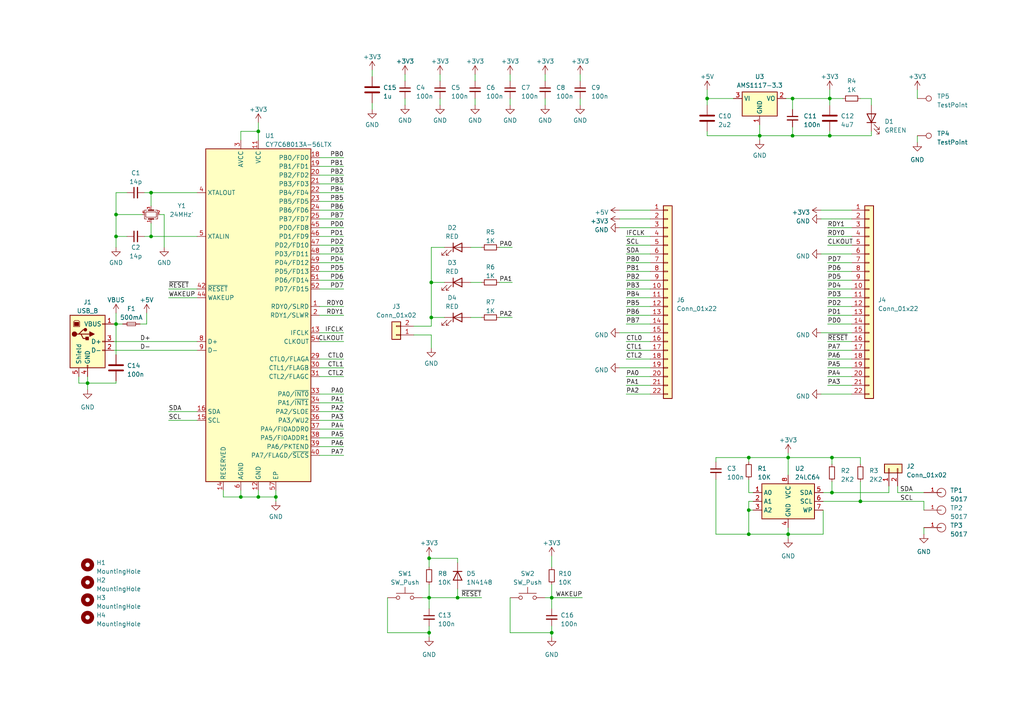
<source format=kicad_sch>
(kicad_sch (version 20230121) (generator eeschema)
  (paper "A4")
  (lib_symbols
    (symbol "Connector:TestPoint" (pin_numbers hide) (pin_names (offset 0.762) hide)
      (property "Reference" "TP" (at 0 6.858 0))
      (property "Value" "TestPoint" (at 0 5.08 0))
      (symbol "TestPoint_1_1"
        (pin passive line (at 0 0 90) (length 2.54) (name "1") (number "1"))
      )
    )
    (symbol "Connector:USB_B" (pin_names (offset 1.016))
      (property "Reference" "J" (at -5.08 11.43 0))
      (property "Value" "USB_B" (at -5.08 8.89 0))
      (symbol "USB_B_1_1"
        (pin power_out line (at 7.62 5.08 180) (length 2.54) (name "VBUS") (number "1"))
        (pin bidirectional line (at 7.62 -2.54 180) (length 2.54) (name "D-") (number "2"))
        (pin bidirectional line (at 7.62 0 180) (length 2.54) (name "D+") (number "3"))
        (pin power_out line (at 0 -10.16 90) (length 2.54) (name "GND") (number "4"))
        (pin passive line (at -2.54 -10.16 90) (length 2.54) (name "Shield") (number "5"))
      )
    )
    (symbol "Connector_Generic:Conn_01x02" (pin_names (offset 1.016) hide)
      (property "Reference" "J" (at 0 2.54 0))
      (property "Value" "Conn_01x02" (at 0 -5.08 0))
      (symbol "Conn_01x02_1_1"
        (pin passive line (at -5.08 0 0) (length 3.81) (name "Pin_1") (number "1"))
        (pin passive line (at -5.08 -2.54 0) (length 3.81) (name "Pin_2") (number "2"))
      )
    )
    (symbol "Connector_Generic:Conn_01x22" (pin_names (offset 1.016) hide)
      (property "Reference" "J" (at 0 27.94 0))
      (property "Value" "Conn_01x22" (at 0 -30.48 0))
      (symbol "Conn_01x22_1_1"
        (pin passive line (at -5.08 25.4 0) (length 3.81) (name "Pin_1") (number "1"))
        (pin passive line (at -5.08 2.54 0) (length 3.81) (name "Pin_10") (number "10"))
        (pin passive line (at -5.08 0 0) (length 3.81) (name "Pin_11") (number "11"))
        (pin passive line (at -5.08 -2.54 0) (length 3.81) (name "Pin_12") (number "12"))
        (pin passive line (at -5.08 -5.08 0) (length 3.81) (name "Pin_13") (number "13"))
        (pin passive line (at -5.08 -7.62 0) (length 3.81) (name "Pin_14") (number "14"))
        (pin passive line (at -5.08 -10.16 0) (length 3.81) (name "Pin_15") (number "15"))
        (pin passive line (at -5.08 -12.7 0) (length 3.81) (name "Pin_16") (number "16"))
        (pin passive line (at -5.08 -15.24 0) (length 3.81) (name "Pin_17") (number "17"))
        (pin passive line (at -5.08 -17.78 0) (length 3.81) (name "Pin_18") (number "18"))
        (pin passive line (at -5.08 -20.32 0) (length 3.81) (name "Pin_19") (number "19"))
        (pin passive line (at -5.08 22.86 0) (length 3.81) (name "Pin_2") (number "2"))
        (pin passive line (at -5.08 -22.86 0) (length 3.81) (name "Pin_20") (number "20"))
        (pin passive line (at -5.08 -25.4 0) (length 3.81) (name "Pin_21") (number "21"))
        (pin passive line (at -5.08 -27.94 0) (length 3.81) (name "Pin_22") (number "22"))
        (pin passive line (at -5.08 20.32 0) (length 3.81) (name "Pin_3") (number "3"))
        (pin passive line (at -5.08 17.78 0) (length 3.81) (name "Pin_4") (number "4"))
        (pin passive line (at -5.08 15.24 0) (length 3.81) (name "Pin_5") (number "5"))
        (pin passive line (at -5.08 12.7 0) (length 3.81) (name "Pin_6") (number "6"))
        (pin passive line (at -5.08 10.16 0) (length 3.81) (name "Pin_7") (number "7"))
        (pin passive line (at -5.08 7.62 0) (length 3.81) (name "Pin_8") (number "8"))
        (pin passive line (at -5.08 5.08 0) (length 3.81) (name "Pin_9") (number "9"))
      )
    )
    (symbol "Device:C" (pin_numbers hide) (pin_names (offset 0.254))
      (property "Reference" "C" (at 0.635 2.54 0))
      (property "Value" "C" (at 0.635 -2.54 0))
      (symbol "C_1_1"
        (pin passive line (at 0 3.81 270) (length 2.794) (name "~") (number "1"))
        (pin passive line (at 0 -3.81 90) (length 2.794) (name "~") (number "2"))
      )
    )
    (symbol "Device:C_Small" (pin_numbers hide) (pin_names (offset 0.254) hide)
      (property "Reference" "C" (at 0.254 1.778 0))
      (property "Value" "C_Small" (at 0.254 -2.032 0))
      (symbol "C_Small_1_1"
        (pin passive line (at 0 2.54 270) (length 2.032) (name "~") (number "1"))
        (pin passive line (at 0 -2.54 90) (length 2.032) (name "~") (number "2"))
      )
    )
    (symbol "Device:Crystal_GND24_Small" (pin_names (offset 1.016) hide)
      (property "Reference" "Y" (at 1.27 4.445 0))
      (property "Value" "Crystal_GND24_Small" (at 1.27 2.54 0))
      (symbol "Crystal_GND24_Small_1_1"
        (pin passive line (at -2.54 0 0) (length 1.27) (name "1") (number "1"))
        (pin passive line (at 0 -2.54 90) (length 0.635) (name "2") (number "2"))
        (pin passive line (at 2.54 0 180) (length 1.27) (name "3") (number "3"))
        (pin passive line (at 0 2.54 270) (length 0.635) (name "4") (number "4"))
      )
    )
    (symbol "Device:Fuse_Small" (pin_numbers hide) (pin_names (offset 0.254) hide)
      (property "Reference" "F" (at 0 -1.524 0))
      (property "Value" "Fuse_Small" (at 0 1.524 0))
      (symbol "Fuse_Small_1_1"
        (pin passive line (at -2.54 0 0) (length 1.27) (name "~") (number "1"))
        (pin passive line (at 2.54 0 180) (length 1.27) (name "~") (number "2"))
      )
    )
    (symbol "Device:LED" (pin_numbers hide) (pin_names (offset 1.016) hide)
      (property "Reference" "D" (at 0 2.54 0))
      (property "Value" "LED" (at 0 -2.54 0))
      (symbol "LED_1_1"
        (pin passive line (at -3.81 0 0) (length 2.54) (name "K") (number "1"))
        (pin passive line (at 3.81 0 180) (length 2.54) (name "A") (number "2"))
      )
    )
    (symbol "Device:R_Small" (pin_numbers hide) (pin_names (offset 0.254) hide)
      (property "Reference" "R" (at 0.762 0.508 0))
      (property "Value" "R_Small" (at 0.762 -1.016 0))
      (symbol "R_Small_1_1"
        (pin passive line (at 0 2.54 270) (length 0.762) (name "~") (number "1"))
        (pin passive line (at 0 -2.54 90) (length 0.762) (name "~") (number "2"))
      )
    )
    (symbol "Diode:1N4148" (pin_numbers hide) (pin_names hide)
      (property "Reference" "D" (at 0 2.54 0))
      (property "Value" "1N4148" (at 0 -2.54 0))
      (symbol "1N4148_1_1"
        (pin passive line (at -3.81 0 0) (length 2.54) (name "K") (number "1"))
        (pin passive line (at 3.81 0 180) (length 2.54) (name "A") (number "2"))
      )
    )
    (symbol "Keystone_5017_testring:5017" (pin_names (offset 1.016))
      (property "Reference" "TP" (at -5.08 2.54 0))
      (property "Value" "5017" (at -5.08 -5.08 0))
      (symbol "5017_0_0"
        (pin passive line (at -5.08 0 0) (length 5.08) (name "~") (number "1"))
      )
    )
    (symbol "MCU_Cypress:CY7C68013A-56LTX"
      (property "Reference" "U" (at -13.97 49.53 0))
      (property "Value" "CY7C68013A-56LTX" (at 11.43 49.53 0))
      (symbol "CY7C68013A-56LTX_1_1"
        (pin input line (at 17.78 2.54 180) (length 2.54) (name "RDY0/SLRD") (number "1"))
        (pin passive line (at -5.08 -50.8 90) (length 2.54) hide (name "AGND") (number "10"))
        (pin power_in line (at 0 50.8 270) (length 2.54) (name "VCC") (number "11"))
        (pin power_in line (at 0 -50.8 90) (length 2.54) (name "GND") (number "12"))
        (pin bidirectional line (at 17.78 -5.08 180) (length 2.54) (name "IFCLK") (number "13"))
        (pin input line (at -10.16 -50.8 90) (length 2.54) (name "RESERVED") (number "14"))
        (pin input line (at -17.78 -30.48 0) (length 2.54) (name "SCL") (number "15"))
        (pin bidirectional line (at -17.78 -27.94 0) (length 2.54) (name "SDA") (number "16"))
        (pin passive line (at 0 50.8 270) (length 2.54) hide (name "VCC") (number "17"))
        (pin bidirectional line (at 17.78 45.72 180) (length 2.54) (name "PB0/FD0") (number "18"))
        (pin bidirectional line (at 17.78 43.18 180) (length 2.54) (name "PB1/FD1") (number "19"))
        (pin input line (at 17.78 0 180) (length 2.54) (name "RDY1/SLWR") (number "2"))
        (pin bidirectional line (at 17.78 40.64 180) (length 2.54) (name "PB2/FD2") (number "20"))
        (pin bidirectional line (at 17.78 38.1 180) (length 2.54) (name "PB3/FD3") (number "21"))
        (pin bidirectional line (at 17.78 35.56 180) (length 2.54) (name "PB4/FD4") (number "22"))
        (pin bidirectional line (at 17.78 33.02 180) (length 2.54) (name "PB5/FD5") (number "23"))
        (pin bidirectional line (at 17.78 30.48 180) (length 2.54) (name "PB6/FD6") (number "24"))
        (pin bidirectional line (at 17.78 27.94 180) (length 2.54) (name "PB7/FD7") (number "25"))
        (pin passive line (at 0 -50.8 90) (length 2.54) hide (name "GND") (number "26"))
        (pin passive line (at 0 50.8 270) (length 2.54) hide (name "VCC") (number "27"))
        (pin passive line (at 0 -50.8 90) (length 2.54) hide (name "GND") (number "28"))
        (pin output line (at 17.78 -12.7 180) (length 2.54) (name "CTL0/FLAGA") (number "29"))
        (pin power_in line (at -5.08 50.8 270) (length 2.54) (name "AVCC") (number "3"))
        (pin output line (at 17.78 -15.24 180) (length 2.54) (name "CTL1/FLAGB") (number "30"))
        (pin output line (at 17.78 -17.78 180) (length 2.54) (name "CTL2/FLAGC") (number "31"))
        (pin passive line (at 0 50.8 270) (length 2.54) hide (name "VCC") (number "32"))
        (pin bidirectional line (at 17.78 -22.86 180) (length 2.54) (name "PA0/~{INT0}") (number "33"))
        (pin bidirectional line (at 17.78 -25.4 180) (length 2.54) (name "PA1/~{INT1}") (number "34"))
        (pin bidirectional line (at 17.78 -27.94 180) (length 2.54) (name "PA2/SLOE") (number "35"))
        (pin bidirectional line (at 17.78 -30.48 180) (length 2.54) (name "PA3/WU2") (number "36"))
        (pin bidirectional line (at 17.78 -33.02 180) (length 2.54) (name "PA4/FIOADDR0") (number "37"))
        (pin bidirectional line (at 17.78 -35.56 180) (length 2.54) (name "PA5/FIOADDR1") (number "38"))
        (pin bidirectional line (at 17.78 -38.1 180) (length 2.54) (name "PA6/PKTEND") (number "39"))
        (pin output line (at -17.78 35.56 0) (length 2.54) (name "XTALOUT") (number "4"))
        (pin bidirectional line (at 17.78 -40.64 180) (length 2.54) (name "PA7/FLAGD/~{SLCS}") (number "40"))
        (pin passive line (at 0 -50.8 90) (length 2.54) hide (name "GND") (number "41"))
        (pin input line (at -17.78 7.62 0) (length 2.54) (name "~{RESET}") (number "42"))
        (pin passive line (at 0 50.8 270) (length 2.54) hide (name "VCC") (number "43"))
        (pin input line (at -17.78 5.08 0) (length 2.54) (name "WAKEUP") (number "44"))
        (pin bidirectional line (at 17.78 25.4 180) (length 2.54) (name "PD0/FD8") (number "45"))
        (pin bidirectional line (at 17.78 22.86 180) (length 2.54) (name "PD1/FD9") (number "46"))
        (pin bidirectional line (at 17.78 20.32 180) (length 2.54) (name "PD2/FD10") (number "47"))
        (pin bidirectional line (at 17.78 17.78 180) (length 2.54) (name "PD3/FD11") (number "48"))
        (pin bidirectional line (at 17.78 15.24 180) (length 2.54) (name "PD4/FD12") (number "49"))
        (pin input line (at -17.78 22.86 0) (length 2.54) (name "XTALIN") (number "5"))
        (pin bidirectional line (at 17.78 12.7 180) (length 2.54) (name "PD5/FD13") (number "50"))
        (pin bidirectional line (at 17.78 10.16 180) (length 2.54) (name "PD6/FD14") (number "51"))
        (pin bidirectional line (at 17.78 7.62 180) (length 2.54) (name "PD7/FD15") (number "52"))
        (pin passive line (at 0 -50.8 90) (length 2.54) hide (name "GND") (number "53"))
        (pin output line (at 17.78 -7.62 180) (length 2.54) (name "CLKOUT") (number "54"))
        (pin passive line (at 0 50.8 270) (length 2.54) hide (name "VCC") (number "55"))
        (pin passive line (at 0 -50.8 90) (length 2.54) hide (name "GND") (number "56"))
        (pin input line (at 5.08 -50.8 90) (length 2.54) (name "EP") (number "57"))
        (pin power_in line (at -5.08 -50.8 90) (length 2.54) (name "AGND") (number "6"))
        (pin passive line (at -5.08 50.8 270) (length 2.54) hide (name "AVCC") (number "7"))
        (pin bidirectional line (at -17.78 -7.62 0) (length 2.54) (name "D+") (number "8"))
        (pin bidirectional line (at -17.78 -10.16 0) (length 2.54) (name "D-") (number "9"))
      )
    )
    (symbol "Mechanical:MountingHole" (pin_names (offset 1.016))
      (property "Reference" "H" (at 0 5.08 0))
      (property "Value" "MountingHole" (at 0 3.175 0))
    )
    (symbol "Memory_EEPROM:24LC64"
      (property "Reference" "U" (at -6.35 6.35 0))
      (property "Value" "24LC64" (at 1.27 6.35 0))
      (symbol "24LC64_1_1"
        (pin input line (at -10.16 2.54 0) (length 2.54) (name "A0") (number "1"))
        (pin input line (at -10.16 0 0) (length 2.54) (name "A1") (number "2"))
        (pin input line (at -10.16 -2.54 0) (length 2.54) (name "A2") (number "3"))
        (pin power_in line (at 0 -7.62 90) (length 2.54) (name "GND") (number "4"))
        (pin bidirectional line (at 10.16 2.54 180) (length 2.54) (name "SDA") (number "5"))
        (pin input line (at 10.16 0 180) (length 2.54) (name "SCL") (number "6"))
        (pin input line (at 10.16 -2.54 180) (length 2.54) (name "WP") (number "7"))
        (pin power_in line (at 0 7.62 270) (length 2.54) (name "VCC") (number "8"))
      )
    )
    (symbol "Regulator_Linear:AMS1117-3.3"
      (property "Reference" "U" (at -3.81 3.175 0))
      (property "Value" "AMS1117-3.3" (at 0 3.175 0))
      (symbol "AMS1117-3.3_1_1"
        (pin power_in line (at 0 -7.62 90) (length 2.54) (name "GND") (number "1"))
        (pin power_out line (at 7.62 0 180) (length 2.54) (name "VO") (number "2"))
        (pin power_in line (at -7.62 0 0) (length 2.54) (name "VI") (number "3"))
      )
    )
    (symbol "Switch:SW_Push" (pin_numbers hide) (pin_names (offset 1.016) hide)
      (property "Reference" "SW" (at 1.27 2.54 0))
      (property "Value" "SW_Push" (at 0 -1.524 0))
      (symbol "SW_Push_0_1"
        (pin passive line (at -5.08 0 0) (length 2.54) (name "1") (number "1"))
        (pin passive line (at 5.08 0 180) (length 2.54) (name "2") (number "2"))
      )
    )
    (symbol "power:+3V3" (power) (pin_names (offset 0))
      (property "Value" "+3V3" (at 0 3.556 0))
      (symbol "+3V3_1_1"
        (pin power_in line (at 0 0 90) (length 0) hide (name "+3V3") (number "1"))
      )
    )
    (symbol "power:+5V" (power) (pin_names (offset 0))
      (property "Value" "+5V" (at 0 3.556 0))
      (symbol "+5V_1_1"
        (pin power_in line (at 0 0 90) (length 0) hide (name "+5V") (number "1"))
      )
    )
    (symbol "power:GND" (power) (pin_names (offset 0))
      (property "Value" "GND" (at 0 -3.81 0))
      (symbol "GND_1_1"
        (pin power_in line (at 0 0 270) (length 0) hide (name "GND") (number "1"))
      )
    )
    (symbol "power:VBUS" (power) (pin_names (offset 0))
      (property "Value" "VBUS" (at 0 3.81 0))
      (symbol "VBUS_1_1"
        (pin power_in line (at 0 0 90) (length 0) hide (name "VBUS") (number "1"))
      )
    )
  )
  (junction (at 160.02 173.355))
  (junction (at 240.665 39.37))
  (junction (at 217.17 147.955))
  (junction (at 241.3 132.715))
  (junction (at 229.87 39.37))
  (junction (at 241.3 142.875))
  (junction (at 160.02 183.515))
  (junction (at 220.345 39.37))
  (junction (at 74.93 38.1))
  (junction (at 249.555 145.415))
  (junction (at 69.85 144.145))
  (junction (at 229.87 28.575))
  (junction (at 125.095 81.915))
  (junction (at 228.6 132.715))
  (junction (at 74.93 144.145))
  (junction (at 43.815 55.88))
  (junction (at 25.4 111.125))
  (junction (at 80.01 144.145))
  (junction (at 124.46 183.515))
  (junction (at 33.655 93.98))
  (junction (at 205.105 28.575))
  (junction (at 217.17 132.715))
  (junction (at 217.17 154.94))
  (junction (at 43.815 68.58))
  (junction (at 33.655 68.58))
  (junction (at 124.46 173.355))
  (junction (at 125.095 92.075))
  (junction (at 33.655 62.23))
  (junction (at 240.665 28.575))
  (junction (at 124.46 161.925))
  (junction (at 132.715 173.355))
  (junction (at 228.6 154.94))
  (wire (pts (xy 158.115 21.59) (xy 158.115 23.495)))
  (wire (pts (xy 136.525 92.075) (xy 139.7 92.075)))
  (wire (pts (xy 92.71 81.28) (xy 99.695 81.28)))
  (wire (pts (xy 228.6 153.035) (xy 228.6 154.94)))
  (wire (pts (xy 120.015 97.155) (xy 125.095 97.155)))
  (wire (pts (xy 92.71 58.42) (xy 99.695 58.42)))
  (wire (pts (xy 160.02 183.515) (xy 160.02 184.785)))
  (wire (pts (xy 260.35 140.97) (xy 260.35 142.875)))
  (wire (pts (xy 188.595 104.14) (xy 181.61 104.14)))
  (wire (pts (xy 205.105 26.035) (xy 205.105 28.575)))
  (wire (pts (xy 260.35 142.875) (xy 267.97 142.875)))
  (wire (pts (xy 217.17 147.955) (xy 217.17 154.94)))
  (wire (pts (xy 240.665 26.035) (xy 240.665 28.575)))
  (wire (pts (xy 238.125 63.5) (xy 247.015 63.5)))
  (wire (pts (xy 48.895 121.92) (xy 57.15 121.92)))
  (wire (pts (xy 42.545 90.805) (xy 42.545 93.98)))
  (wire (pts (xy 267.97 145.415) (xy 267.97 147.955)))
  (wire (pts (xy 124.46 181.61) (xy 124.46 183.515)))
  (wire (pts (xy 160.02 181.61) (xy 160.02 183.515)))
  (wire (pts (xy 92.71 99.06) (xy 99.695 99.06)))
  (wire (pts (xy 74.93 38.1) (xy 74.93 40.64)))
  (wire (pts (xy 249.555 145.415) (xy 249.555 139.7)))
  (wire (pts (xy 205.105 28.575) (xy 205.105 30.48)))
  (wire (pts (xy 46.355 62.23) (xy 47.625 62.23)))
  (wire (pts (xy 188.595 101.6) (xy 181.61 101.6)))
  (wire (pts (xy 92.71 132.08) (xy 99.695 132.08)))
  (wire (pts (xy 249.555 134.62) (xy 249.555 132.715)))
  (wire (pts (xy 160.02 173.355) (xy 160.02 176.53)))
  (wire (pts (xy 22.86 109.22) (xy 22.86 111.125)))
  (wire (pts (xy 266.065 26.035) (xy 266.065 28.575)))
  (wire (pts (xy 228.6 132.715) (xy 228.6 137.795)))
  (wire (pts (xy 92.71 68.58) (xy 99.695 68.58)))
  (wire (pts (xy 249.555 145.415) (xy 267.97 145.415)))
  (wire (pts (xy 144.78 81.915) (xy 148.59 81.915)))
  (wire (pts (xy 252.73 38.1) (xy 252.73 39.37)))
  (wire (pts (xy 33.655 68.58) (xy 33.655 71.755)))
  (wire (pts (xy 267.97 153.035) (xy 267.97 154.94)))
  (wire (pts (xy 107.95 29.845) (xy 107.95 31.75)))
  (wire (pts (xy 124.46 161.925) (xy 124.46 164.465)))
  (wire (pts (xy 124.46 183.515) (xy 124.46 184.785)))
  (wire (pts (xy 207.645 133.985) (xy 207.645 132.715)))
  (wire (pts (xy 241.3 132.715) (xy 249.555 132.715)))
  (wire (pts (xy 92.71 88.9) (xy 99.695 88.9)))
  (wire (pts (xy 179.705 63.5) (xy 188.595 63.5)))
  (wire (pts (xy 92.71 60.96) (xy 99.695 60.96)))
  (wire (pts (xy 247.015 71.12) (xy 240.03 71.12)))
  (wire (pts (xy 238.125 114.3) (xy 247.015 114.3)))
  (wire (pts (xy 48.895 119.38) (xy 57.15 119.38)))
  (wire (pts (xy 240.665 38.1) (xy 240.665 39.37)))
  (wire (pts (xy 179.705 60.96) (xy 188.595 60.96)))
  (wire (pts (xy 238.76 147.955) (xy 238.76 154.94)))
  (wire (pts (xy 160.02 173.355) (xy 168.91 173.355)))
  (wire (pts (xy 92.71 114.3) (xy 99.695 114.3)))
  (wire (pts (xy 41.91 68.58) (xy 43.815 68.58)))
  (wire (pts (xy 228.6 131.445) (xy 228.6 132.715)))
  (wire (pts (xy 25.4 109.22) (xy 25.4 111.125)))
  (wire (pts (xy 22.86 111.125) (xy 25.4 111.125)))
  (wire (pts (xy 179.705 96.52) (xy 188.595 96.52)))
  (wire (pts (xy 188.595 76.2) (xy 181.61 76.2)))
  (wire (pts (xy 247.015 66.04) (xy 240.03 66.04)))
  (wire (pts (xy 132.715 163.195) (xy 132.715 161.925)))
  (wire (pts (xy 92.71 127) (xy 99.695 127)))
  (wire (pts (xy 247.015 88.9) (xy 240.03 88.9)))
  (wire (pts (xy 188.595 114.3) (xy 181.61 114.3)))
  (wire (pts (xy 69.85 38.1) (xy 74.93 38.1)))
  (wire (pts (xy 47.625 62.23) (xy 47.625 71.755)))
  (wire (pts (xy 69.85 40.64) (xy 69.85 38.1)))
  (wire (pts (xy 57.15 55.88) (xy 43.815 55.88)))
  (wire (pts (xy 64.77 144.145) (xy 69.85 144.145)))
  (wire (pts (xy 241.3 142.875) (xy 241.3 139.7)))
  (wire (pts (xy 132.715 173.355) (xy 139.7 173.355)))
  (wire (pts (xy 238.125 60.96) (xy 247.015 60.96)))
  (wire (pts (xy 48.895 83.82) (xy 57.15 83.82)))
  (wire (pts (xy 247.015 109.22) (xy 240.03 109.22)))
  (wire (pts (xy 229.87 36.83) (xy 229.87 39.37)))
  (wire (pts (xy 217.17 147.955) (xy 218.44 147.955)))
  (wire (pts (xy 48.895 86.36) (xy 57.15 86.36)))
  (wire (pts (xy 229.87 28.575) (xy 240.665 28.575)))
  (wire (pts (xy 266.065 39.37) (xy 266.065 41.275)))
  (wire (pts (xy 92.71 55.88) (xy 99.695 55.88)))
  (wire (pts (xy 228.6 154.94) (xy 228.6 156.21)))
  (wire (pts (xy 181.61 71.12) (xy 188.595 71.12)))
  (wire (pts (xy 122.555 173.355) (xy 124.46 173.355)))
  (wire (pts (xy 117.475 21.59) (xy 117.475 23.495)))
  (wire (pts (xy 179.705 66.04) (xy 188.595 66.04)))
  (wire (pts (xy 33.655 93.98) (xy 35.56 93.98)))
  (wire (pts (xy 217.17 132.715) (xy 217.17 133.985)))
  (wire (pts (xy 147.955 28.575) (xy 147.955 30.48)))
  (wire (pts (xy 80.01 144.145) (xy 80.01 145.415)))
  (wire (pts (xy 179.705 106.68) (xy 188.595 106.68)))
  (wire (pts (xy 241.3 132.715) (xy 241.3 134.62)))
  (wire (pts (xy 238.125 73.66) (xy 247.015 73.66)))
  (wire (pts (xy 25.4 111.125) (xy 25.4 113.03)))
  (wire (pts (xy 207.645 132.715) (xy 217.17 132.715)))
  (wire (pts (xy 33.02 93.98) (xy 33.655 93.98)))
  (wire (pts (xy 41.91 55.88) (xy 43.815 55.88)))
  (wire (pts (xy 57.15 68.58) (xy 43.815 68.58)))
  (wire (pts (xy 247.015 91.44) (xy 240.03 91.44)))
  (wire (pts (xy 112.395 173.355) (xy 112.395 183.515)))
  (wire (pts (xy 247.015 86.36) (xy 240.03 86.36)))
  (wire (pts (xy 240.665 28.575) (xy 244.475 28.575)))
  (wire (pts (xy 69.85 144.145) (xy 74.93 144.145)))
  (wire (pts (xy 33.02 99.06) (xy 57.15 99.06)))
  (wire (pts (xy 125.095 71.755) (xy 125.095 81.915)))
  (wire (pts (xy 80.01 142.24) (xy 80.01 144.145)))
  (wire (pts (xy 33.655 93.98) (xy 33.655 90.805)))
  (wire (pts (xy 33.655 62.23) (xy 41.275 62.23)))
  (wire (pts (xy 188.595 111.76) (xy 181.61 111.76)))
  (wire (pts (xy 92.71 109.22) (xy 99.695 109.22)))
  (wire (pts (xy 247.015 81.28) (xy 240.03 81.28)))
  (wire (pts (xy 217.17 154.94) (xy 228.6 154.94)))
  (wire (pts (xy 74.93 144.145) (xy 80.01 144.145)))
  (wire (pts (xy 238.125 96.52) (xy 247.015 96.52)))
  (wire (pts (xy 64.77 142.24) (xy 64.77 144.145)))
  (wire (pts (xy 92.71 129.54) (xy 99.695 129.54)))
  (wire (pts (xy 112.395 183.515) (xy 124.46 183.515)))
  (wire (pts (xy 188.595 68.58) (xy 181.61 68.58)))
  (wire (pts (xy 33.02 101.6) (xy 57.15 101.6)))
  (wire (pts (xy 168.275 28.575) (xy 168.275 30.48)))
  (wire (pts (xy 147.955 21.59) (xy 147.955 23.495)))
  (wire (pts (xy 137.795 21.59) (xy 137.795 23.495)))
  (wire (pts (xy 125.095 97.155) (xy 125.095 100.965)))
  (wire (pts (xy 43.815 68.58) (xy 43.815 64.77)))
  (wire (pts (xy 124.46 161.29) (xy 124.46 161.925)))
  (wire (pts (xy 220.345 39.37) (xy 229.87 39.37)))
  (wire (pts (xy 240.03 99.06) (xy 247.015 99.06)))
  (wire (pts (xy 217.17 145.415) (xy 217.17 147.955)))
  (wire (pts (xy 125.095 92.075) (xy 125.095 94.615)))
  (wire (pts (xy 220.345 39.37) (xy 220.345 40.64)))
  (wire (pts (xy 92.71 66.04) (xy 99.695 66.04)))
  (wire (pts (xy 107.95 20.32) (xy 107.95 22.225)))
  (wire (pts (xy 125.095 92.075) (xy 128.905 92.075)))
  (wire (pts (xy 125.095 71.755) (xy 128.905 71.755)))
  (wire (pts (xy 238.76 142.875) (xy 241.3 142.875)))
  (wire (pts (xy 147.955 183.515) (xy 160.02 183.515)))
  (wire (pts (xy 33.655 55.88) (xy 33.655 62.23)))
  (wire (pts (xy 137.795 28.575) (xy 137.795 30.48)))
  (wire (pts (xy 241.3 142.875) (xy 257.81 142.875)))
  (wire (pts (xy 252.73 28.575) (xy 252.73 30.48)))
  (wire (pts (xy 188.595 88.9) (xy 181.61 88.9)))
  (wire (pts (xy 124.46 173.355) (xy 132.715 173.355)))
  (wire (pts (xy 247.015 93.98) (xy 240.03 93.98)))
  (wire (pts (xy 212.725 28.575) (xy 205.105 28.575)))
  (wire (pts (xy 229.87 28.575) (xy 229.87 31.75)))
  (wire (pts (xy 33.655 110.49) (xy 33.655 111.125)))
  (wire (pts (xy 168.275 21.59) (xy 168.275 23.495)))
  (wire (pts (xy 188.595 83.82) (xy 181.61 83.82)))
  (wire (pts (xy 205.105 38.1) (xy 205.105 39.37)))
  (wire (pts (xy 127.635 28.575) (xy 127.635 30.48)))
  (wire (pts (xy 188.595 91.44) (xy 181.61 91.44)))
  (wire (pts (xy 217.17 132.715) (xy 228.6 132.715)))
  (wire (pts (xy 127.635 21.59) (xy 127.635 23.495)))
  (wire (pts (xy 125.095 81.915) (xy 125.095 92.075)))
  (wire (pts (xy 220.345 36.195) (xy 220.345 39.37)))
  (wire (pts (xy 247.015 111.76) (xy 240.03 111.76)))
  (wire (pts (xy 228.6 154.94) (xy 238.76 154.94)))
  (wire (pts (xy 92.71 45.72) (xy 99.695 45.72)))
  (wire (pts (xy 92.71 91.44) (xy 99.695 91.44)))
  (wire (pts (xy 117.475 28.575) (xy 117.475 30.48)))
  (wire (pts (xy 227.965 28.575) (xy 229.87 28.575)))
  (wire (pts (xy 188.595 78.74) (xy 181.61 78.74)))
  (wire (pts (xy 92.71 83.82) (xy 99.695 83.82)))
  (wire (pts (xy 160.02 169.545) (xy 160.02 173.355)))
  (wire (pts (xy 124.46 173.355) (xy 124.46 176.53)))
  (wire (pts (xy 92.71 78.74) (xy 99.695 78.74)))
  (wire (pts (xy 74.93 142.24) (xy 74.93 144.145)))
  (wire (pts (xy 247.015 76.2) (xy 240.03 76.2)))
  (wire (pts (xy 158.115 28.575) (xy 158.115 30.48)))
  (wire (pts (xy 92.71 106.68) (xy 99.695 106.68)))
  (wire (pts (xy 25.4 111.125) (xy 33.655 111.125)))
  (wire (pts (xy 92.71 48.26) (xy 99.695 48.26)))
  (wire (pts (xy 188.595 99.06) (xy 181.61 99.06)))
  (wire (pts (xy 33.655 68.58) (xy 36.83 68.58)))
  (wire (pts (xy 240.665 28.575) (xy 240.665 30.48)))
  (wire (pts (xy 144.78 92.075) (xy 148.59 92.075)))
  (wire (pts (xy 188.595 81.28) (xy 181.61 81.28)))
  (wire (pts (xy 229.87 39.37) (xy 240.665 39.37)))
  (wire (pts (xy 257.81 142.875) (xy 257.81 140.97)))
  (wire (pts (xy 136.525 81.915) (xy 139.7 81.915)))
  (wire (pts (xy 147.955 173.355) (xy 147.955 183.515)))
  (wire (pts (xy 144.78 71.755) (xy 148.59 71.755)))
  (wire (pts (xy 217.17 139.065) (xy 217.17 142.875)))
  (wire (pts (xy 92.71 73.66) (xy 99.695 73.66)))
  (wire (pts (xy 92.71 119.38) (xy 99.695 119.38)))
  (wire (pts (xy 92.71 63.5) (xy 99.695 63.5)))
  (wire (pts (xy 205.105 39.37) (xy 220.345 39.37)))
  (wire (pts (xy 188.595 93.98) (xy 181.61 93.98)))
  (wire (pts (xy 252.73 39.37) (xy 240.665 39.37)))
  (wire (pts (xy 247.015 83.82) (xy 240.03 83.82)))
  (wire (pts (xy 124.46 169.545) (xy 124.46 173.355)))
  (wire (pts (xy 218.44 145.415) (xy 217.17 145.415)))
  (wire (pts (xy 74.93 35.56) (xy 74.93 38.1)))
  (wire (pts (xy 33.655 62.23) (xy 33.655 68.58)))
  (wire (pts (xy 92.71 121.92) (xy 99.695 121.92)))
  (wire (pts (xy 247.015 104.14) (xy 240.03 104.14)))
  (wire (pts (xy 43.815 55.88) (xy 43.815 59.69)))
  (wire (pts (xy 188.595 86.36) (xy 181.61 86.36)))
  (wire (pts (xy 136.525 71.755) (xy 139.7 71.755)))
  (wire (pts (xy 247.015 78.74) (xy 240.03 78.74)))
  (wire (pts (xy 92.71 53.34) (xy 99.695 53.34)))
  (wire (pts (xy 207.645 154.94) (xy 217.17 154.94)))
  (wire (pts (xy 158.115 173.355) (xy 160.02 173.355)))
  (wire (pts (xy 33.655 93.98) (xy 33.655 102.87)))
  (wire (pts (xy 132.715 170.815) (xy 132.715 173.355)))
  (wire (pts (xy 92.71 124.46) (xy 99.695 124.46)))
  (wire (pts (xy 69.85 142.24) (xy 69.85 144.145)))
  (wire (pts (xy 247.015 101.6) (xy 240.03 101.6)))
  (wire (pts (xy 92.71 96.52) (xy 99.695 96.52)))
  (wire (pts (xy 92.71 71.12) (xy 99.695 71.12)))
  (wire (pts (xy 92.71 104.14) (xy 99.695 104.14)))
  (wire (pts (xy 124.46 161.925) (xy 132.715 161.925)))
  (wire (pts (xy 217.17 142.875) (xy 218.44 142.875)))
  (wire (pts (xy 181.61 73.66) (xy 188.595 73.66)))
  (wire (pts (xy 247.015 68.58) (xy 240.03 68.58)))
  (wire (pts (xy 160.02 161.29) (xy 160.02 164.465)))
  (wire (pts (xy 120.015 94.615) (xy 125.095 94.615)))
  (wire (pts (xy 42.545 93.98) (xy 40.64 93.98)))
  (wire (pts (xy 92.71 116.84) (xy 99.695 116.84)))
  (wire (pts (xy 228.6 132.715) (xy 241.3 132.715)))
  (wire (pts (xy 36.83 55.88) (xy 33.655 55.88)))
  (wire (pts (xy 92.71 50.8) (xy 99.695 50.8)))
  (wire (pts (xy 247.015 106.68) (xy 240.03 106.68)))
  (wire (pts (xy 92.71 76.2) (xy 99.695 76.2)))
  (wire (pts (xy 249.555 28.575) (xy 252.73 28.575)))
  (wire (pts (xy 238.76 145.415) (xy 249.555 145.415)))
  (wire (pts (xy 207.645 139.065) (xy 207.645 154.94)))
  (wire (pts (xy 188.595 109.22) (xy 181.61 109.22)))
  (wire (pts (xy 125.095 81.915) (xy 128.905 81.915)))
  (label "~{RESET}" (at 240.03 99.06 0))
  (label "PD3" (at 240.03 86.36 0))
  (label "PA7" (at 99.695 132.08 180))
  (label "PA5" (at 240.03 106.68 0))
  (label "PD5" (at 240.03 81.28 0))
  (label "~{RESET}" (at 48.895 83.82 0))
  (label "PA1" (at 148.59 81.915 180))
  (label "PA2" (at 148.59 92.075 180))
  (label "PB5" (at 181.61 88.9 0))
  (label "PA1" (at 181.61 111.76 0))
  (label "CTL1" (at 99.695 106.68 180))
  (label "PA5" (at 99.695 127 180))
  (label "RDY1" (at 240.03 66.04 0))
  (label "PB3" (at 181.61 83.82 0))
  (label "IFCLK" (at 99.695 96.52 180))
  (label "PD1" (at 240.03 91.44 0))
  (label "PA0" (at 148.59 71.755 180))
  (label "PB3" (at 99.695 53.34 180))
  (label "CTL0" (at 181.61 99.06 0))
  (label "PA4" (at 99.695 124.46 180))
  (label "PD1" (at 99.695 68.58 180))
  (label "CTL0" (at 99.695 104.14 180))
  (label "SDA" (at 181.61 73.66 0))
  (label "CLKOUT" (at 240.03 71.12 0))
  (label "SDA" (at 48.895 119.38 0))
  (label "PD5" (at 99.695 78.74 180))
  (label "PA7" (at 240.03 101.6 0))
  (label "PB5" (at 99.695 58.42 180))
  (label "D+" (at 40.64 99.06 0))
  (label "PD6" (at 99.695 81.28 180))
  (label "CTL2" (at 99.695 109.22 180))
  (label "RDY0" (at 99.695 88.9 180))
  (label "PA4" (at 240.03 109.22 0))
  (label "PB6" (at 181.61 91.44 0))
  (label "PD6" (at 240.03 78.74 0))
  (label "PD2" (at 240.03 88.9 0))
  (label "PD4" (at 99.695 76.2 180))
  (label "PA0" (at 99.695 114.3 180))
  (label "RDY0" (at 240.03 68.58 0))
  (label "WAKEUP" (at 168.91 173.355 180))
  (label "SDA" (at 264.795 142.875 180))
  (label "PB6" (at 99.695 60.96 180))
  (label "PB0" (at 99.695 45.72 180))
  (label "PA1" (at 99.695 116.84 180))
  (label "PA2" (at 181.61 114.3 0))
  (label "SCL" (at 264.795 145.415 180))
  (label "RDY1" (at 99.695 91.44 180))
  (label "PD7" (at 240.03 76.2 0))
  (label "PB7" (at 181.61 93.98 0))
  (label "PA6" (at 240.03 104.14 0))
  (label "PD0" (at 99.695 66.04 180))
  (label "PB7" (at 99.695 63.5 180))
  (label "SCL" (at 48.895 121.92 0))
  (label "IFCLK" (at 181.61 68.58 0))
  (label "CTL1" (at 181.61 101.6 0))
  (label "PB4" (at 181.61 86.36 0))
  (label "PB1" (at 181.61 78.74 0))
  (label "PD2" (at 99.695 71.12 180))
  (label "PA2" (at 99.695 119.38 180))
  (label "PA0" (at 181.61 109.22 0))
  (label "PA3" (at 99.695 121.92 180))
  (label "PD3" (at 99.695 73.66 180))
  (label "PB2" (at 99.695 50.8 180))
  (label "PD0" (at 240.03 93.98 0))
  (label "PB4" (at 99.695 55.88 180))
  (label "PB1" (at 99.695 48.26 180))
  (label "SCL" (at 181.61 71.12 0))
  (label "CTL2" (at 181.61 104.14 0))
  (label "PB2" (at 181.61 81.28 0))
  (label "PA3" (at 240.03 111.76 0))
  (label "PD4" (at 240.03 83.82 0))
  (label "D-" (at 40.64 101.6 0))
  (label "~{RESET}" (at 139.7 173.355 180))
  (label "PD7" (at 99.695 83.82 180))
  (label "WAKEUP" (at 48.895 86.36 0))
  (label "PA6" (at 99.695 129.54 180))
  (label "CLKOUT" (at 99.695 99.06 180))
  (label "PB0" (at 181.61 76.2 0))
  (symbol (lib_id "power:GND") (at 228.6 156.21 0) (unit 1)
    (property "Reference" "#PWR08" (effects hide))
    (property "Value" "GND" (at 228.6 161.29 0))
  )
  (symbol (lib_id "power:GND") (at 160.02 184.785 0) (unit 1)
    (property "Reference" "#PWR033" (effects hide))
    (property "Value" "GND" (at 160.02 189.865 0))
  )
  (symbol (lib_id "Mechanical:MountingHole") (at 25.4 168.91 0) (unit 1) (in_bom no)
    (property "Reference" "H2" (at 27.94 168.275 0) (effects (justify left)))
    (property "Value" "MountingHole" (at 27.94 170.815 0) (effects (justify left)))
    (property "Footprint" "MountingHole:MountingHole_3.2mm_M3" (effects hide))
  )
  (symbol (lib_id "power:GND") (at 267.97 154.94 0) (unit 1)
    (property "Reference" "#PWR036" (effects hide))
    (property "Value" "GND" (at 267.97 160.02 0))
  )
  (symbol (lib_id "Device:C_Small") (at 160.02 179.07 0) (unit 1)
    (property "Reference" "C16" (at 162.56 178.4413 0) (effects (justify left)))
    (property "Value" "100n" (at 162.56 180.9813 0) (effects (justify left)))
    (property "Footprint" "Capacitor_SMD:C_0402_1005Metric" (effects hide))
    (property "LCSC Part Number" "C1525" (effects hide))
  )
  (symbol (lib_id "Device:C_Small") (at 124.46 179.07 0) (unit 1)
    (property "Reference" "C13" (at 127 178.4413 0) (effects (justify left)))
    (property "Value" "100n" (at 127 180.9813 0) (effects (justify left)))
    (property "Footprint" "Capacitor_SMD:C_0402_1005Metric" (effects hide))
    (property "LCSC Part Number" "C1525" (effects hide))
  )
  (symbol (lib_id "power:GND") (at 107.95 31.75 0) (unit 1)
    (property "Reference" "#PWR040" (effects hide))
    (property "Value" "GND" (at 107.95 36.195 0))
  )
  (symbol (lib_id "power:+3V3") (at 266.065 26.035 0) (unit 1)
    (property "Reference" "#PWR042" (effects hide))
    (property "Value" "+3V3" (at 266.065 22.225 0))
  )
  (symbol (lib_id "power:GND") (at 168.275 30.48 0) (unit 1)
    (property "Reference" "#PWR021" (effects hide))
    (property "Value" "GND" (at 168.275 34.925 0))
  )
  (symbol (lib_id "Device:LED") (at 252.73 34.29 90) (unit 1)
    (property "Reference" "D1" (at 256.54 35.2425 90) (effects (justify right)))
    (property "Value" "GREEN" (at 256.54 37.7825 90) (effects (justify right)))
    (property "Footprint" "LED_SMD:LED_0805_2012Metric" (effects hide))
    (property "LCSC Part Number" "C2297" (effects hide))
  )
  (symbol (lib_id "power:GND") (at 238.125 114.3 270) (unit 1)
    (property "Reference" "#PWR047" (effects hide))
    (property "Value" "GND" (at 234.95 114.935 90) (effects (justify right)))
  )
  (symbol (lib_id "Device:LED") (at 132.715 92.075 0) (unit 1)
    (property "Reference" "D4" (at 131.1275 86.36 0))
    (property "Value" "RED" (at 131.1275 88.9 0))
    (property "Footprint" "LED_SMD:LED_0805_2012Metric" (effects hide))
    (property "LCSC Part Number" "C84256" (effects hide))
  )
  (symbol (lib_id "Device:C_Small") (at 168.275 26.035 0) (unit 1)
    (property "Reference" "C9" (at 171.45 25.4063 0) (effects (justify left)))
    (property "Value" "100n" (at 171.45 27.9463 0) (effects (justify left)))
    (property "Footprint" "Capacitor_SMD:C_0402_1005Metric" (effects hide))
    (property "LCSC Part Number" "C1525" (effects hide))
  )
  (symbol (lib_id "power:+5V") (at 205.105 26.035 0) (unit 1)
    (property "Reference" "#PWR023" (effects hide))
    (property "Value" "+5V" (at 205.105 22.225 0))
  )
  (symbol (lib_id "Device:LED") (at 132.715 81.915 0) (unit 1)
    (property "Reference" "D3" (at 131.1275 76.2 0))
    (property "Value" "RED" (at 131.1275 78.74 0))
    (property "Footprint" "LED_SMD:LED_0805_2012Metric" (effects hide))
    (property "LCSC Part Number" "C84256" (effects hide))
  )
  (symbol (lib_id "Device:R_Small") (at 247.015 28.575 90) (unit 1)
    (property "Reference" "R4" (at 247.015 23.495 90))
    (property "Value" "1K" (at 247.015 26.035 90))
    (property "Footprint" "Resistor_SMD:R_0402_1005Metric" (effects hide))
    (property "LCSC Part Number" "C11702" (effects hide))
  )
  (symbol (lib_id "Connector_Generic:Conn_01x02") (at 114.935 97.155 180) (unit 1) (in_bom no)
    (property "Reference" "J3" (at 114.935 88.9 0))
    (property "Value" "Conn_01x02" (at 114.935 91.44 0))
    (property "Footprint" "Connector_PinHeader_2.54mm:PinHeader_1x02_P2.54mm_Vertical" (effects hide))
  )
  (symbol (lib_id "power:VBUS") (at 33.655 90.805 0) (unit 1)
    (property "Reference" "#PWR02" (effects hide))
    (property "Value" "VBUS" (at 33.655 86.995 0))
  )
  (symbol (lib_id "power:+3V3") (at 158.115 21.59 0) (unit 1)
    (property "Reference" "#PWR018" (effects hide))
    (property "Value" "+3V3" (at 158.115 17.78 0))
  )
  (symbol (lib_id "Device:C_Small") (at 127.635 26.035 0) (unit 1)
    (property "Reference" "C5" (at 130.81 25.4063 0) (effects (justify left)))
    (property "Value" "100n" (at 130.81 27.9463 0) (effects (justify left)))
    (property "Footprint" "Capacitor_SMD:C_0402_1005Metric" (effects hide))
    (property "LCSC Part Number" "C1525" (effects hide))
  )
  (symbol (lib_id "Switch:SW_Push") (at 153.035 173.355 0) (unit 1)
    (property "Reference" "SW2" (at 153.035 166.37 0))
    (property "Value" "SW_Push" (at 153.035 168.91 0))
    (property "Footprint" "Button_Switch_SMD:SW_Push_1P1T_NO_Vertical_Wuerth_434133025816" (effects hide))
    (property "LCSC Part Number" " C127488" (effects hide))
  )
  (symbol (lib_id "Diode:1N4148") (at 132.715 167.005 270) (unit 1)
    (property "Reference" "D5" (at 135.255 166.37 90) (effects (justify left)))
    (property "Value" "1N4148" (at 135.255 168.91 90) (effects (justify left)))
    (property "Footprint" "Diode_SMD:D_SOD-123" (effects hide))
    (property "Datasheet" "https://assets.nexperia.com/documents/data-sheet/1N4148_1N4448.pdf" (effects hide))
    (property "Sim.Device" "D" (effects hide))
    (property "Sim.Pins" "1=K 2=A" (effects hide))
    (property "LCSC Part Number" "C81598" (effects hide))
  )
  (symbol (lib_id "Device:C") (at 107.95 26.035 0) (unit 1)
    (property "Reference" "C15" (at 111.125 25.4 0) (effects (justify left)))
    (property "Value" "1u" (at 111.125 27.94 0) (effects (justify left)))
    (property "Footprint" "Capacitor_SMD:C_0603_1608Metric" (effects hide))
    (property "LCSC Part Number" "C15849" (effects hide))
  )
  (symbol (lib_id "MCU_Cypress:CY7C68013A-56LTX") (at 74.93 91.44 0) (unit 1)
    (property "Reference" "U1" (at 76.8859 39.37 0) (effects (justify left)))
    (property "Value" "CY7C68013A-56LTX" (at 76.8859 41.91 0) (effects (justify left)))
    (property "Footprint" "Package_DFN_QFN:QFN-56-1EP_8x8mm_P0.5mm_EP4.5x5.2mm_ThermalVias_TopTented" (effects hide))
    (property "Datasheet" "http://www.cypress.com/file/138911/download" (effects hide))
    (property "LCSC Part Number" "C14912" (effects hide))
  )
  (symbol (lib_id "power:GND") (at 25.4 113.03 0) (unit 1)
    (property "Reference" "#PWR01" (effects hide))
    (property "Value" "GND" (at 25.4 118.11 0))
  )
  (symbol (lib_id "Device:LED") (at 132.715 71.755 0) (unit 1)
    (property "Reference" "D2" (at 131.1275 66.04 0))
    (property "Value" "RED" (at 131.1275 68.58 0))
    (property "Footprint" "LED_SMD:LED_0805_2012Metric" (effects hide))
    (property "LCSC Part Number" "C84256" (effects hide))
  )
  (symbol (lib_id "Device:C_Small") (at 158.115 26.035 0) (unit 1)
    (property "Reference" "C8" (at 161.29 25.4063 0) (effects (justify left)))
    (property "Value" "100n" (at 161.29 27.9463 0) (effects (justify left)))
    (property "Footprint" "Capacitor_SMD:C_0402_1005Metric" (effects hide))
    (property "LCSC Part Number" "C1525" (effects hide))
  )
  (symbol (lib_id "power:+3V3") (at 160.02 161.29 0) (unit 1)
    (property "Reference" "#PWR032" (effects hide))
    (property "Value" "+3V3" (at 160.02 157.48 0))
  )
  (symbol (lib_id "Keystone_5017_testring:5017") (at 273.05 142.875 0) (unit 1)
    (property "Reference" "TP1" (at 275.59 142.24 0) (effects (justify left)))
    (property "Value" "5017" (at 275.59 144.78 0) (effects (justify left)))
    (property "Footprint" "Keystone_5017_testring:Keystone_5017_testring" (effects hide))
    (property "STANDARD" "Manufacturer Recommendations" (effects hide))
    (property "MF" "Keystone Electronics" (effects hide))
    (property "PARTREV" "E" (effects hide))
    (property "LCSC Part Number" " C238130" (effects hide))
  )
  (symbol (lib_id "Connector:TestPoint") (at 266.065 39.37 270) (unit 1) (in_bom no)
    (property "Reference" "TP4" (at 271.78 38.735 90) (effects (justify left)))
    (property "Value" "TestPoint" (at 271.78 41.275 90) (effects (justify left)))
    (property "Footprint" "TestPoint:TestPoint_Pad_D1.0mm" (effects hide))
  )
  (symbol (lib_id "power:GND") (at 47.625 71.755 0) (unit 1)
    (property "Reference" "#PWR06" (effects hide))
    (property "Value" "GND" (at 47.625 76.2 0))
  )
  (symbol (lib_id "power:+3V3") (at 117.475 21.59 0) (unit 1)
    (property "Reference" "#PWR011" (effects hide))
    (property "Value" "+3V3" (at 117.475 17.78 0))
  )
  (symbol (lib_id "power:+3V3") (at 124.46 161.29 0) (unit 1)
    (property "Reference" "#PWR027" (effects hide))
    (property "Value" "+3V3" (at 124.46 157.48 0))
  )
  (symbol (lib_id "power:+5V") (at 179.705 60.96 90) (unit 1)
    (property "Reference" "#PWR034" (effects hide))
    (property "Value" "+5V" (at 176.53 61.595 90) (effects (justify left)))
  )
  (symbol (lib_id "Device:R_Small") (at 142.24 92.075 90) (unit 1)
    (property "Reference" "R7" (at 142.24 87.63 90))
    (property "Value" "1K" (at 142.24 90.17 90))
    (property "Footprint" "Resistor_SMD:R_0402_1005Metric" (effects hide))
    (property "LCSC Part Number" "C11702" (effects hide))
  )
  (symbol (lib_id "Keystone_5017_testring:5017") (at 273.05 147.955 0) (unit 1)
    (property "Reference" "TP2" (at 275.59 147.32 0) (effects (justify left)))
    (property "Value" "5017" (at 275.59 149.86 0) (effects (justify left)))
    (property "Footprint" "Keystone_5017_testring:Keystone_5017_testring" (effects hide))
    (property "STANDARD" "Manufacturer Recommendations" (effects hide))
    (property "MF" "Keystone Electronics" (effects hide))
    (property "PARTREV" "E" (effects hide))
    (property "LCSC Part Number" " C238130" (effects hide))
  )
  (symbol (lib_id "power:GND") (at 220.345 40.64 0) (unit 1)
    (property "Reference" "#PWR022" (effects hide))
    (property "Value" "GND" (at 220.345 45.085 0))
  )
  (symbol (lib_id "power:GND") (at 124.46 184.785 0) (unit 1)
    (property "Reference" "#PWR026" (effects hide))
    (property "Value" "GND" (at 124.46 189.865 0))
  )
  (symbol (lib_id "Device:C_Small") (at 147.955 26.035 0) (unit 1)
    (property "Reference" "C7" (at 151.13 25.4063 0) (effects (justify left)))
    (property "Value" "100n" (at 151.13 27.9463 0) (effects (justify left)))
    (property "Footprint" "Capacitor_SMD:C_0402_1005Metric" (effects hide))
    (property "LCSC Part Number" "C1525" (effects hide))
  )
  (symbol (lib_id "power:+3V3") (at 107.95 20.32 0) (unit 1)
    (property "Reference" "#PWR041" (effects hide))
    (property "Value" "+3V3" (at 107.95 16.51 0))
  )
  (symbol (lib_id "Device:C_Small") (at 207.645 136.525 0) (unit 1)
    (property "Reference" "C3" (at 210.82 135.8963 0) (effects (justify left)))
    (property "Value" "100n" (at 210.82 138.4363 0) (effects (justify left)))
    (property "Footprint" "Capacitor_SMD:C_0402_1005Metric" (effects hide))
    (property "LCSC Part Number" "C1525" (effects hide))
  )
  (symbol (lib_id "Mechanical:MountingHole") (at 25.4 179.07 0) (unit 1) (in_bom no)
    (property "Reference" "H4" (at 27.94 178.435 0) (effects (justify left)))
    (property "Value" "MountingHole" (at 27.94 180.975 0) (effects (justify left)))
    (property "Footprint" "MountingHole:MountingHole_3.2mm_M3" (effects hide))
  )
  (symbol (lib_id "Device:R_Small") (at 217.17 136.525 0) (unit 1)
    (property "Reference" "R1" (at 219.71 135.89 0) (effects (justify left)))
    (property "Value" "10K" (at 219.71 138.43 0) (effects (justify left)))
    (property "Footprint" "Resistor_SMD:R_0402_1005Metric" (effects hide))
    (property "LCSC Part Number" "C25744" (effects hide))
  )
  (symbol (lib_id "power:GND") (at 158.115 30.48 0) (unit 1)
    (property "Reference" "#PWR019" (effects hide))
    (property "Value" "GND" (at 158.115 34.925 0))
  )
  (symbol (lib_id "power:GND") (at 137.795 30.48 0) (unit 1)
    (property "Reference" "#PWR015" (effects hide))
    (property "Value" "GND" (at 137.795 34.925 0))
  )
  (symbol (lib_id "power:GND") (at 127.635 30.48 0) (unit 1)
    (property "Reference" "#PWR013" (effects hide))
    (property "Value" "GND" (at 127.635 34.925 0))
  )
  (symbol (lib_id "Mechanical:MountingHole") (at 25.4 173.99 0) (unit 1) (in_bom no)
    (property "Reference" "H3" (at 27.94 173.355 0) (effects (justify left)))
    (property "Value" "MountingHole" (at 27.94 175.895 0) (effects (justify left)))
    (property "Footprint" "MountingHole:MountingHole_3.2mm_M3" (effects hide))
  )
  (symbol (lib_id "Device:R_Small") (at 241.3 137.16 0) (unit 1)
    (property "Reference" "R2" (at 243.84 136.525 0) (effects (justify left)))
    (property "Value" "2K2" (at 243.84 139.065 0) (effects (justify left)))
    (property "Footprint" "Resistor_SMD:R_0402_1005Metric" (effects hide))
    (property "LCSC Part Number" "C25879" (effects hide))
  )
  (symbol (lib_id "power:GND") (at 117.475 30.48 0) (unit 1)
    (property "Reference" "#PWR010" (effects hide))
    (property "Value" "GND" (at 117.475 34.925 0))
  )
  (symbol (lib_id "Device:C_Small") (at 117.475 26.035 0) (unit 1)
    (property "Reference" "C4" (at 120.65 25.4063 0) (effects (justify left)))
    (property "Value" "100n" (at 120.65 27.9463 0) (effects (justify left)))
    (property "Footprint" "Capacitor_SMD:C_0402_1005Metric" (effects hide))
    (property "LCSC Part Number" "C1525" (effects hide))
  )
  (symbol (lib_id "power:+3V3") (at 147.955 21.59 0) (unit 1)
    (property "Reference" "#PWR016" (effects hide))
    (property "Value" "+3V3" (at 147.955 17.78 0))
  )
  (symbol (lib_id "power:+3V3") (at 238.125 60.96 90) (unit 1)
    (property "Reference" "#PWR043" (effects hide))
    (property "Value" "+3V3" (at 234.95 61.595 90) (effects (justify left)))
  )
  (symbol (lib_id "Device:C") (at 240.665 34.29 0) (unit 1)
    (property "Reference" "C12" (at 243.84 33.655 0) (effects (justify left)))
    (property "Value" "4u7" (at 243.84 36.195 0) (effects (justify left)))
    (property "Footprint" "Capacitor_SMD:C_0805_2012Metric" (effects hide))
    (property "LCSC Part Number" "C1779" (effects hide))
  )
  (symbol (lib_id "power:+3V3") (at 240.665 26.035 0) (unit 1)
    (property "Reference" "#PWR024" (effects hide))
    (property "Value" "+3V3" (at 240.665 22.225 0))
  )
  (symbol (lib_id "Mechanical:MountingHole") (at 25.4 163.83 0) (unit 1) (in_bom no)
    (property "Reference" "H1" (at 27.94 163.195 0) (effects (justify left)))
    (property "Value" "MountingHole" (at 27.94 165.735 0) (effects (justify left)))
    (property "Footprint" "MountingHole:MountingHole_3.2mm_M3" (effects hide))
  )
  (symbol (lib_id "Device:Fuse_Small") (at 38.1 93.98 180) (unit 1)
    (property "Reference" "F1" (at 38.1 89.535 0))
    (property "Value" "500mA" (at 38.1 92.075 0))
    (property "Footprint" "Fuse:Fuse_0805_2012Metric" (effects hide))
    (property "LCSC Part Number" "C66452" (effects hide))
  )
  (symbol (lib_id "Connector:TestPoint") (at 266.065 28.575 270) (unit 1) (in_bom no)
    (property "Reference" "TP5" (at 271.78 27.94 90) (effects (justify left)))
    (property "Value" "TestPoint" (at 271.78 30.48 90) (effects (justify left)))
    (property "Footprint" "TestPoint:TestPoint_Pad_D1.0mm" (effects hide))
  )
  (symbol (lib_id "power:+3V3") (at 228.6 131.445 0) (unit 1)
    (property "Reference" "#PWR09" (effects hide))
    (property "Value" "+3V3" (at 228.6 127.635 0))
  )
  (symbol (lib_id "power:GND") (at 266.065 41.275 0) (unit 1)
    (property "Reference" "#PWR037" (effects hide))
    (property "Value" "GND" (at 266.065 46.355 0))
  )
  (symbol (lib_id "Device:R_Small") (at 249.555 137.16 0) (unit 1)
    (property "Reference" "R3" (at 252.095 136.525 0) (effects (justify left)))
    (property "Value" "2K2" (at 252.095 139.065 0) (effects (justify left)))
    (property "Footprint" "Resistor_SMD:R_0402_1005Metric" (effects hide))
    (property "LCSC Part Number" "C25879" (effects hide))
  )
  (symbol (lib_id "Device:Crystal_GND24_Small") (at 43.815 62.23 90) (unit 1)
    (property "Reference" "Y1" (at 52.705 59.69 90))
    (property "Value" "24MHz'" (at 52.705 62.23 90))
    (property "Footprint" "Crystal:Crystal_SMD_3225-4Pin_3.2x2.5mm" (effects hide))
    (property "LCSC Part Number" " C2650460" (effects hide))
  )
  (symbol (lib_id "Device:R_Small") (at 160.02 167.005 0) (unit 1)
    (property "Reference" "R10" (at 161.925 166.37 0) (effects (justify left)))
    (property "Value" "10K" (at 161.925 168.91 0) (effects (justify left)))
    (property "Footprint" "Resistor_SMD:R_0402_1005Metric" (effects hide))
    (property "LCSC Part Number" "C25744" (effects hide))
  )
  (symbol (lib_id "Device:C") (at 33.655 106.68 0) (unit 1)
    (property "Reference" "C14" (at 36.83 106.045 0) (effects (justify left)))
    (property "Value" "100n" (at 36.83 108.585 0) (effects (justify left)))
    (property "Footprint" "Capacitor_SMD:C_0805_2012Metric" (effects hide))
    (property "LCSC Part Number" "C28233" (effects hide))
  )
  (symbol (lib_id "power:GND") (at 238.125 63.5 270) (unit 1)
    (property "Reference" "#PWR044" (effects hide))
    (property "Value" "GND" (at 234.95 64.135 90) (effects (justify right)))
  )
  (symbol (lib_id "Device:C_Small") (at 39.37 68.58 90) (unit 1)
    (property "Reference" "C2" (at 39.37 71.755 90))
    (property "Value" "14p" (at 39.37 74.295 90))
    (property "Footprint" "Capacitor_SMD:C_0402_1005Metric" (effects hide))
    (property "LCSC Part Number" "C1547" (effects hide))
  )
  (symbol (lib_id "Device:C_Small") (at 39.37 55.88 90) (unit 1)
    (property "Reference" "C1" (at 39.37 50.165 90))
    (property "Value" "14p" (at 39.37 52.705 90))
    (property "Footprint" "Capacitor_SMD:C_0402_1005Metric" (effects hide))
    (property "LCSC Part Number" "C1547" (effects hide))
  )
  (symbol (lib_id "power:+3V3") (at 74.93 35.56 0) (unit 1)
    (property "Reference" "#PWR07" (effects hide))
    (property "Value" "+3V3" (at 74.93 31.75 0))
  )
  (symbol (lib_id "power:+3V3") (at 168.275 21.59 0) (unit 1)
    (property "Reference" "#PWR020" (effects hide))
    (property "Value" "+3V3" (at 168.275 17.78 0))
  )
  (symbol (lib_id "power:GND") (at 179.705 106.68 270) (unit 1)
    (property "Reference" "#PWR031" (effects hide))
    (property "Value" "GND" (at 176.53 107.315 90) (effects (justify right)))
  )
  (symbol (lib_id "power:GND") (at 238.125 96.52 270) (unit 1)
    (property "Reference" "#PWR046" (effects hide))
    (property "Value" "GND" (at 234.95 97.155 90) (effects (justify right)))
  )
  (symbol (lib_id "Device:C_Small") (at 137.795 26.035 0) (unit 1)
    (property "Reference" "C6" (at 140.97 25.4063 0) (effects (justify left)))
    (property "Value" "100n" (at 140.97 27.9463 0) (effects (justify left)))
    (property "Footprint" "Capacitor_SMD:C_0402_1005Metric" (effects hide))
    (property "LCSC Part Number" "C1525" (effects hide))
  )
  (symbol (lib_id "power:+5V") (at 42.545 90.805 0) (unit 1)
    (property "Reference" "#PWR03" (effects hide))
    (property "Value" "+5V" (at 42.545 86.995 0))
  )
  (symbol (lib_id "Device:R_Small") (at 142.24 81.915 90) (unit 1)
    (property "Reference" "R6" (at 142.24 77.47 90))
    (property "Value" "1K" (at 142.24 80.01 90))
    (property "Footprint" "Resistor_SMD:R_0402_1005Metric" (effects hide))
    (property "LCSC Part Number" "C11702" (effects hide))
  )
  (symbol (lib_id "power:GND") (at 147.955 30.48 0) (unit 1)
    (property "Reference" "#PWR017" (effects hide))
    (property "Value" "GND" (at 147.955 34.925 0))
  )
  (symbol (lib_id "power:GND") (at 238.125 73.66 270) (unit 1)
    (property "Reference" "#PWR045" (effects hide))
    (property "Value" "GND" (at 234.95 74.295 90) (effects (justify right)))
  )
  (symbol (lib_id "Switch:SW_Push") (at 117.475 173.355 0) (unit 1)
    (property "Reference" "SW1" (at 117.475 166.37 0))
    (property "Value" "SW_Push" (at 117.475 168.91 0))
    (property "Footprint" "Button_Switch_SMD:SW_Push_1P1T_NO_Vertical_Wuerth_434133025816" (effects hide))
    (property "LCSC Part Number" " C127488" (effects hide))
  )
  (symbol (lib_id "Device:C_Small") (at 229.87 34.29 0) (unit 1)
    (property "Reference" "C11" (at 233.045 33.6613 0) (effects (justify left)))
    (property "Value" "100n" (at 233.045 36.2013 0) (effects (justify left)))
    (property "Footprint" "Capacitor_SMD:C_0402_1005Metric" (effects hide))
    (property "LCSC Part Number" "C1525" (effects hide))
  )
  (symbol (lib_id "Regulator_Linear:AMS1117-3.3") (at 220.345 28.575 0) (unit 1)
    (property "Reference" "U3" (at 220.345 22.225 0))
    (property "Value" "AMS1117-3.3" (at 220.345 24.765 0))
    (property "Footprint" "Package_TO_SOT_SMD:SOT-223-3_TabPin2" (effects hide))
    (property "Datasheet" "http://www.advanced-monolithic.com/pdf/ds1117.pdf" (effects hide))
    (property "LCSC Part Number" "C6186" (effects hide))
  )
  (symbol (lib_id "Connector_Generic:Conn_01x02") (at 257.81 135.89 90) (unit 1) (in_bom no)
    (property "Reference" "J2" (at 262.89 135.255 90) (effects (justify right)))
    (property "Value" "Conn_01x02" (at 262.89 137.795 90) (effects (justify right)))
    (property "Footprint" "Connector_PinHeader_2.54mm:PinHeader_1x02_P2.54mm_Vertical" (effects hide))
  )
  (symbol (lib_id "power:+3V3") (at 179.705 63.5 90) (unit 1)
    (property "Reference" "#PWR035" (effects hide))
    (property "Value" "+3V3" (at 176.53 64.135 90) (effects (justify left)))
  )
  (symbol (lib_id "power:GND") (at 33.655 71.755 0) (unit 1)
    (property "Reference" "#PWR05" (effects hide))
    (property "Value" "GND" (at 33.655 76.2 0))
  )
  (symbol (lib_id "power:+3V3") (at 127.635 21.59 0) (unit 1)
    (property "Reference" "#PWR012" (effects hide))
    (property "Value" "+3V3" (at 127.635 17.78 0))
  )
  (symbol (lib_id "Device:R_Small") (at 142.24 71.755 90) (unit 1)
    (property "Reference" "R5" (at 142.24 67.31 90))
    (property "Value" "1K" (at 142.24 69.85 90))
    (property "Footprint" "Resistor_SMD:R_0402_1005Metric" (effects hide))
    (property "LCSC Part Number" "C11702" (effects hide))
  )
  (symbol (lib_id "Device:C") (at 205.105 34.29 0) (unit 1)
    (property "Reference" "C10" (at 208.28 33.655 0) (effects (justify left)))
    (property "Value" "2u2" (at 208.28 36.195 0) (effects (justify left)))
    (property "Footprint" "Capacitor_SMD:C_0805_2012Metric" (effects hide))
    (property "LCSC Part Number" "C49217" (effects hide))
  )
  (symbol (lib_id "Connector_Generic:Conn_01x22") (at 252.095 86.36 0) (unit 1) (in_bom no)
    (property "Reference" "J4" (at 254.635 86.995 0) (effects (justify left)))
    (property "Value" "Conn_01x22" (at 254.635 89.535 0) (effects (justify left)))
    (property "Footprint" "Connector_PinHeader_2.54mm:PinHeader_1x22_P2.54mm_Vertical" (effects hide))
  )
  (symbol (lib_id "power:GND") (at 179.705 96.52 270) (unit 1)
    (property "Reference" "#PWR030" (effects hide))
    (property "Value" "GND" (at 176.53 97.155 90) (effects (justify right)))
  )
  (symbol (lib_id "power:GND") (at 125.095 100.965 0) (unit 1)
    (property "Reference" "#PWR025" (effects hide))
    (property "Value" "GND" (at 125.095 105.41 0))
  )
  (symbol (lib_id "Keystone_5017_testring:5017") (at 273.05 153.035 0) (unit 1)
    (property "Reference" "TP3" (at 275.59 152.4 0) (effects (justify left)))
    (property "Value" "5017" (at 275.59 154.94 0) (effects (justify left)))
    (property "Footprint" "Keystone_5017_testring:Keystone_5017_testring" (effects hide))
    (property "STANDARD" "Manufacturer Recommendations" (effects hide))
    (property "MF" "Keystone Electronics" (effects hide))
    (property "PARTREV" "E" (effects hide))
    (property "LCSC Part Number" " C238130" (effects hide))
  )
  (symbol (lib_id "Memory_EEPROM:24LC64") (at 228.6 145.415 0) (unit 1)
    (property "Reference" "U2" (at 230.5559 135.89 0) (effects (justify left)))
    (property "Value" "24LC64" (at 230.5559 138.43 0) (effects (justify left)))
    (property "Footprint" "Package_SO:SOIC-8_3.9x4.9mm_P1.27mm" (effects hide))
    (property "Datasheet" "http://ww1.microchip.com/downloads/en/DeviceDoc/21189f.pdf" (effects hide))
    (property "LCSC Part Number" "C92359" (effects hide))
  )
  (symbol (lib_id "Connector_Generic:Conn_01x22") (at 193.675 86.36 0) (unit 1) (in_bom no)
    (property "Reference" "J6" (at 196.215 86.995 0) (effects (justify left)))
    (property "Value" "Conn_01x22" (at 196.215 89.535 0) (effects (justify left)))
    (property "Footprint" "Connector_PinHeader_2.54mm:PinHeader_1x22_P2.54mm_Vertical" (effects hide))
  )
  (symbol (lib_id "Connector:USB_B") (at 25.4 99.06 0) (unit 1) (in_bom no)
    (property "Reference" "J1" (at 25.4 87.63 0))
    (property "Value" "USB_B" (at 25.4 90.17 0))
    (property "Footprint" "Connector_USB:USB_B_OST_USB-B1HSxx_Horizontal" (effects hide))
    (property "Datasheet" " ~" (effects hide))
  )
  (symbol (lib_id "Device:R_Small") (at 124.46 167.005 0) (unit 1)
    (property "Reference" "R8" (at 127 166.37 0) (effects (justify left)))
    (property "Value" "10K" (at 127 168.91 0) (effects (justify left)))
    (property "Footprint" "Resistor_SMD:R_0402_1005Metric" (effects hide))
    (property "LCSC Part Number" "C25744" (effects hide))
  )
  (symbol (lib_id "power:+3V3") (at 137.795 21.59 0) (unit 1)
    (property "Reference" "#PWR014" (effects hide))
    (property "Value" "+3V3" (at 137.795 17.78 0))
  )
  (symbol (lib_id "power:GND") (at 80.01 145.415 0) (unit 1)
    (property "Reference" "#PWR04" (effects hide))
    (property "Value" "GND" (at 80.01 149.86 0))
  )
  (symbol (lib_id "power:GND") (at 179.705 66.04 270) (unit 1)
    (property "Reference" "#PWR029" (effects hide))
    (property "Value" "GND" (at 176.53 66.675 90) (effects (justify right)))
  )
)
</source>
